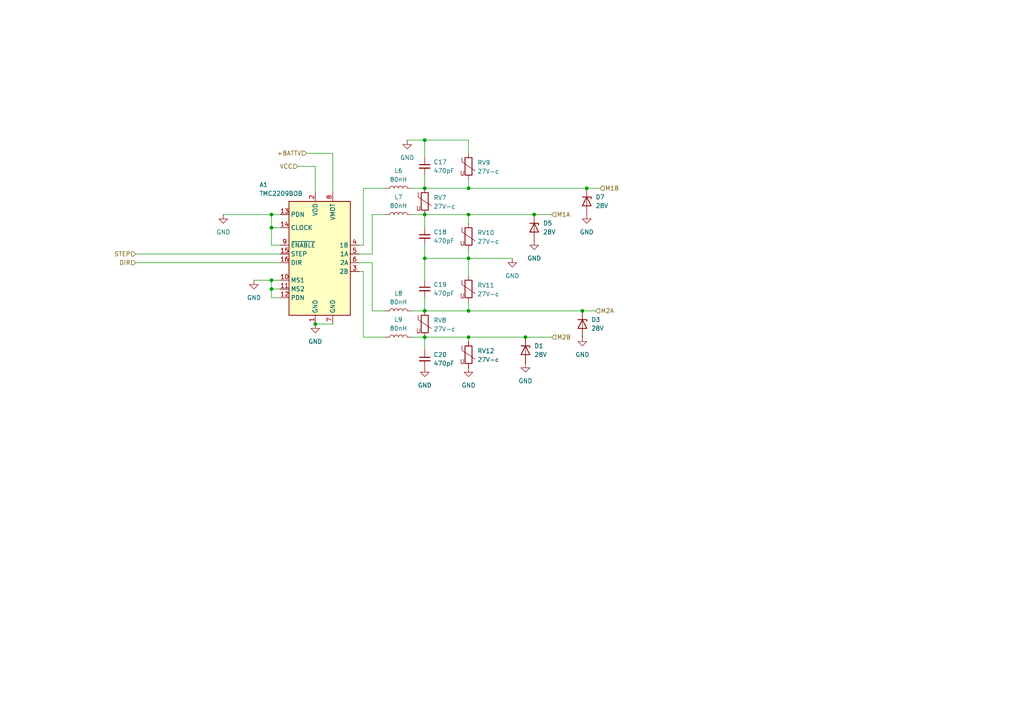
<source format=kicad_sch>
(kicad_sch (version 20231120) (generator "eeschema") (generator_version "8.0")
  (paper "A4")
  (lib_symbols
    (symbol "Device:C_Small" (pin_numbers hide) (pin_names (offset 0.254) hide)
      (property "Reference" "C" (at 0.254 1.778 0))
      (property "Value" "C_Small" (at 0.254 -2.032 0))
      (symbol "C_Small_0_1"
        (polyline (pts (xy -1.524 -0.508) (xy 1.524 -0.508)) (stroke (width 0.3302)))
        (polyline (pts (xy -1.524 0.508) (xy 1.524 0.508)) (stroke (width 0.3048)))
      )
      (symbol "C_Small_1_1"
        (pin passive line (at 0 2.54 270) (length 2.032) (name "~") (number "1"))
        (pin passive line (at 0 -2.54 90) (length 2.032) (name "~") (number "2"))
      )
    )
    (symbol "Device:D_Zener" (pin_numbers hide) (pin_names (offset 1.016) hide)
      (property "Reference" "D" (at 0 2.54 0))
      (property "Value" "D_Zener" (at 0 -2.54 0))
      (symbol "D_Zener_0_1"
        (polyline (pts (xy 1.27 0) (xy -1.27 0)))
        (polyline (pts (xy -1.27 -1.27) (xy -1.27 1.27) (xy -0.762 1.27)) (stroke (width 0.254)))
        (polyline (pts (xy 1.27 -1.27) (xy 1.27 1.27) (xy -1.27 0) (xy 1.27 -1.27)) (stroke (width 0.254)))
      )
      (symbol "D_Zener_1_1"
        (pin passive line (at -3.81 0 0) (length 2.54) (name "K") (number "1"))
        (pin passive line (at 3.81 0 180) (length 2.54) (name "A") (number "2"))
      )
    )
    (symbol "Device:L" (pin_numbers hide) (pin_names (offset 1.016) hide)
      (property "Reference" "L" (at -1.27 0 90))
      (property "Value" "L" (at 1.905 0 90))
      (symbol "L_0_1"
        (arc (start 0 -2.54) (mid 0.6323 -1.905) (end 0 -1.27))
        (arc (start 0 -1.27) (mid 0.6323 -0.635) (end 0 0))
        (arc (start 0 0) (mid 0.6323 0.635) (end 0 1.27))
        (arc (start 0 1.27) (mid 0.6323 1.905) (end 0 2.54))
      )
      (symbol "L_1_1"
        (pin passive line (at 0 3.81 270) (length 1.27) (name "1") (number "1"))
        (pin passive line (at 0 -3.81 90) (length 1.27) (name "2") (number "2"))
      )
    )
    (symbol "Device:Varistor" (pin_numbers hide) (pin_names (offset 0))
      (property "Reference" "RV" (at 3.175 0 90))
      (property "Value" "Varistor" (at -3.175 0 90))
      (symbol "Varistor_0_0"
        (text "U" (at -1.778 -2.032 0) (effects (font (size 1.27 1.27))))
      )
      (symbol "Varistor_0_1"
        (rectangle (start -1.016 -2.54) (end 1.016 2.54) (stroke (width 0.254)))
        (polyline (pts (xy -1.905 2.54) (xy -1.905 1.27) (xy 1.905 -1.27)))
      )
      (symbol "Varistor_1_1"
        (pin passive line (at 0 3.81 270) (length 1.27) (name "~") (number "1"))
        (pin passive line (at 0 -3.81 90) (length 1.27) (name "~") (number "2"))
      )
    )
    (symbol "iclr:TMC2209BOB"
      (property "Reference" "A1" (at 7.0994 20.32 0))
      (property "Value" "TMC2209BOB" (at 7.0994 17.78 0))
      (symbol "TMC2209BOB_0_1"
        (rectangle (start 10.16 -17.78) (end -7.62 15.24) (stroke (width 0.254)) (fill (type background)))
      )
      (symbol "TMC2209BOB_1_1"
        (pin power_in line (at 0 -20.32 90) (length 2.54) (name "GND") (number "1"))
        (pin input line (at -10.16 -7.62 0) (length 2.54) (name "MS1") (number "10"))
        (pin input line (at -10.16 -10.16 0) (length 2.54) (name "MS2") (number "11"))
        (pin input line (at -10.16 -12.7 0) (length 2.54) (name "PDN") (number "12"))
        (pin input line (at -10.16 11.43 0) (length 2.54) (name "PDN") (number "13"))
        (pin input line (at -10.16 7.62 0) (length 2.54) (name "CLOCK") (number "14"))
        (pin input line (at -10.16 0 0) (length 2.54) (name "STEP") (number "15"))
        (pin input line (at -10.16 -2.54 0) (length 2.54) (name "DIR") (number "16"))
        (pin power_in line (at 0 17.78 270) (length 2.54) (name "VDD") (number "2"))
        (pin output line (at 12.7 -5.08 180) (length 2.54) (name "2B") (number "3"))
        (pin output line (at 12.7 2.54 180) (length 2.54) (name "1B") (number "4"))
        (pin output line (at 12.7 0 180) (length 2.54) (name "1A") (number "5"))
        (pin output line (at 12.7 -2.54 180) (length 2.54) (name "2A") (number "6"))
        (pin power_in line (at 5.08 -20.32 90) (length 2.54) (name "GND") (number "7"))
        (pin power_in line (at 5.08 17.78 270) (length 2.54) (name "VMOT") (number "8"))
        (pin input line (at -10.16 2.54 0) (length 2.54) (name "~{ENABLE}") (number "9"))
      )
    )
    (symbol "power:GND" (power) (pin_numbers hide) (pin_names (offset 0) hide)
      (property "Value" "GND" (at 0 -3.81 0))
      (symbol "GND_0_1"
        (polyline (pts (xy 0 0) (xy 0 -1.27) (xy 1.27 -1.27) (xy 0 -2.54) (xy -1.27 -1.27) (xy 0 -1.27)))
      )
      (symbol "GND_1_1"
        (pin power_in line (at 0 0 270) (length 0) (name "~") (number "1"))
      )
    )
  )
  (junction (at 135.89 97.79))
  (junction (at 123.19 74.93))
  (junction (at 123.19 90.17))
  (junction (at 91.44 93.98))
  (junction (at 78.74 83.82))
  (junction (at 123.19 97.79))
  (junction (at 78.74 66.04))
  (junction (at 135.89 54.61))
  (junction (at 123.19 62.23))
  (junction (at 123.19 40.64))
  (junction (at 168.91 90.17))
  (junction (at 152.4 97.79))
  (junction (at 135.89 62.23))
  (junction (at 78.74 62.23))
  (junction (at 135.89 90.17))
  (junction (at 123.19 54.61))
  (junction (at 154.94 62.23))
  (junction (at 170.18 54.61))
  (junction (at 78.74 81.28))
  (junction (at 135.89 74.93))
  (wire (pts (xy 105.41 54.61) (xy 111.76 54.61)))
  (wire (pts (xy 135.89 44.45) (xy 135.89 40.64)))
  (wire (pts (xy 105.41 71.12) (xy 105.41 54.61)))
  (wire (pts (xy 135.89 97.79) (xy 135.89 99.06)))
  (wire (pts (xy 107.95 90.17) (xy 111.76 90.17)))
  (wire (pts (xy 135.89 52.07) (xy 135.89 54.61)))
  (wire (pts (xy 107.95 90.17) (xy 107.95 76.2)))
  (wire (pts (xy 135.89 64.77) (xy 135.89 62.23)))
  (wire (pts (xy 104.14 78.74) (xy 105.41 78.74)))
  (wire (pts (xy 135.89 90.17) (xy 123.19 90.17)))
  (wire (pts (xy 119.38 62.23) (xy 123.19 62.23)))
  (wire (pts (xy 105.41 97.79) (xy 111.76 97.79)))
  (wire (pts (xy 123.19 74.93) (xy 135.89 74.93)))
  (wire (pts (xy 123.19 62.23) (xy 123.19 66.04)))
  (wire (pts (xy 135.89 74.93) (xy 135.89 80.01)))
  (wire (pts (xy 81.28 83.82) (xy 78.74 83.82)))
  (wire (pts (xy 96.52 44.45) (xy 96.52 55.88)))
  (wire (pts (xy 104.14 76.2) (xy 107.95 76.2)))
  (wire (pts (xy 104.14 73.66) (xy 107.95 73.66)))
  (wire (pts (xy 78.74 62.23) (xy 64.77 62.23)))
  (wire (pts (xy 135.89 40.64) (xy 123.19 40.64)))
  (wire (pts (xy 81.28 66.04) (xy 78.74 66.04)))
  (wire (pts (xy 135.89 72.39) (xy 135.89 74.93)))
  (wire (pts (xy 39.37 73.66) (xy 81.28 73.66)))
  (wire (pts (xy 123.19 50.8) (xy 123.19 54.61)))
  (wire (pts (xy 135.89 54.61) (xy 170.18 54.61)))
  (wire (pts (xy 123.19 97.79) (xy 123.19 101.6)))
  (wire (pts (xy 88.9 44.45) (xy 96.52 44.45)))
  (wire (pts (xy 170.18 54.61) (xy 173.99 54.61)))
  (wire (pts (xy 107.95 73.66) (xy 107.95 62.23)))
  (wire (pts (xy 73.66 81.28) (xy 78.74 81.28)))
  (wire (pts (xy 86.36 48.26) (xy 91.44 48.26)))
  (wire (pts (xy 168.91 90.17) (xy 172.72 90.17)))
  (wire (pts (xy 39.37 76.2) (xy 81.28 76.2)))
  (wire (pts (xy 78.74 66.04) (xy 78.74 71.12)))
  (wire (pts (xy 135.89 87.63) (xy 135.89 90.17)))
  (wire (pts (xy 91.44 93.98) (xy 96.52 93.98)))
  (wire (pts (xy 81.28 86.36) (xy 78.74 86.36)))
  (wire (pts (xy 78.74 86.36) (xy 78.74 83.82)))
  (wire (pts (xy 135.89 62.23) (xy 154.94 62.23)))
  (wire (pts (xy 152.4 97.79) (xy 160.02 97.79)))
  (wire (pts (xy 123.19 86.36) (xy 123.19 90.17)))
  (wire (pts (xy 104.14 71.12) (xy 105.41 71.12)))
  (wire (pts (xy 135.89 62.23) (xy 123.19 62.23)))
  (wire (pts (xy 119.38 90.17) (xy 123.19 90.17)))
  (wire (pts (xy 105.41 78.74) (xy 105.41 97.79)))
  (wire (pts (xy 78.74 81.28) (xy 81.28 81.28)))
  (wire (pts (xy 135.89 97.79) (xy 123.19 97.79)))
  (wire (pts (xy 91.44 48.26) (xy 91.44 55.88)))
  (wire (pts (xy 81.28 62.23) (xy 78.74 62.23)))
  (wire (pts (xy 135.89 90.17) (xy 168.91 90.17)))
  (wire (pts (xy 123.19 45.72) (xy 123.19 40.64)))
  (wire (pts (xy 154.94 62.23) (xy 160.02 62.23)))
  (wire (pts (xy 81.28 71.12) (xy 78.74 71.12)))
  (wire (pts (xy 123.19 74.93) (xy 123.19 81.28)))
  (wire (pts (xy 123.19 71.12) (xy 123.19 74.93)))
  (wire (pts (xy 78.74 62.23) (xy 78.74 66.04)))
  (wire (pts (xy 107.95 62.23) (xy 111.76 62.23)))
  (wire (pts (xy 135.89 74.93) (xy 148.59 74.93)))
  (wire (pts (xy 119.38 97.79) (xy 123.19 97.79)))
  (wire (pts (xy 135.89 54.61) (xy 123.19 54.61)))
  (wire (pts (xy 135.89 97.79) (xy 152.4 97.79)))
  (wire (pts (xy 119.38 54.61) (xy 123.19 54.61)))
  (wire (pts (xy 123.19 40.64) (xy 118.11 40.64)))
  (wire (pts (xy 78.74 83.82) (xy 78.74 81.28)))
  (hierarchical_label "DIR" (shape input) (at 39.37 76.2 180))
  (hierarchical_label "+BATTV" (shape input) (at 88.9 44.45 180))
  (hierarchical_label "M2A" (shape input) (at 172.72 90.17 0))
  (hierarchical_label "M1A" (shape input) (at 160.02 62.23 0))
  (hierarchical_label "M1B" (shape input) (at 173.99 54.61 0))
  (hierarchical_label "M2B" (shape input) (at 160.02 97.79 0))
  (hierarchical_label "VCC" (shape input) (at 86.36 48.26 180))
  (hierarchical_label "STEP" (shape input) (at 39.37 73.66 180))
  (symbol (lib_id "Device:C_Small") (at 123.19 83.82 0) (unit 1)
    (property "Reference" "C19" (at 125.73 82.5562 0) (effects (justify left)))
    (property "Value" "470pF" (at 125.73 85.0962 0) (effects (justify left)))
    (property "Description" "Unpolarized capacitor, small symbol" (effects (hide yes)))
    (instances (project "BetetrDom" (path "" (reference "C19") (unit 1)) (path "" (reference "C15") (unit 1))))
  )
  (symbol (lib_id "Device:C_Small") (at 123.19 48.26 0) (unit 1)
    (property "Reference" "C17" (at 125.73 46.9962 0) (effects (justify left)))
    (property "Value" "470pF" (at 125.73 49.5362 0) (effects (justify left)))
    (property "Description" "Unpolarized capacitor, small symbol" (effects (hide yes)))
    (instances (project "BetetrDom" (path "" (reference "C17") (unit 1)) (path "" (reference "C13") (unit 1))))
  )
  (symbol (lib_id "power:GND") (at 91.44 93.98 0) (unit 1)
    (property "Reference" "#PWR039" (effects (hide yes)))
    (property "Value" "GND" (at 91.44 99.06 0))
    (property "Description" "Power symbol creates a global label with name \"GND\" , ground" (effects (hide yes)))
    (instances (project "" (path "" (reference "#PWR039") (unit 1)) (path "" (reference "#PWR040") (unit 1))))
  )
  (symbol (lib_id "power:GND") (at 148.59 74.93 0) (unit 1)
    (property "Reference" "#PWR022" (effects (hide yes)))
    (property "Value" "GND" (at 148.59 80.01 0))
    (property "Description" "Power symbol creates a global label with name \"GND\" , ground" (effects (hide yes)))
    (instances (project "BetetrDom" (path "" (reference "#PWR022") (unit 1)) (path "" (reference "#PWR026") (unit 1))))
  )
  (symbol (lib_id "Device:D_Zener") (at 170.18 58.42 270) (unit 1)
    (property "Reference" "D7" (at 172.72 57.1499 90) (effects (justify left)))
    (property "Value" "28V" (at 172.72 59.6899 90) (effects (justify left)))
    (property "Description" "Zener diode" (effects (hide yes)))
    (instances (project "BetetrDom" (path "" (reference "D7") (unit 1)) (path "" (reference "D8") (unit 1))))
  )
  (symbol (lib_id "Device:D_Zener") (at 152.4 101.6 270) (unit 1)
    (property "Reference" "D1" (at 154.94 100.3299 90) (effects (justify left)))
    (property "Value" "28V" (at 154.94 102.8699 90) (effects (justify left)))
    (property "Description" "Zener diode" (effects (hide yes)))
    (instances (project "" (path "" (reference "D1") (unit 1)) (path "" (reference "D2") (unit 1))))
  )
  (symbol (lib_id "Device:D_Zener") (at 168.91 93.98 270) (unit 1)
    (property "Reference" "D3" (at 171.45 92.7099 90) (effects (justify left)))
    (property "Value" "28V" (at 171.45 95.2499 90) (effects (justify left)))
    (property "Description" "Zener diode" (effects (hide yes)))
    (instances (project "BetetrDom" (path "" (reference "D3") (unit 1)) (path "" (reference "D4") (unit 1))))
  )
  (symbol (lib_id "Device:Varistor") (at 135.89 102.87 0) (unit 1)
    (property "Reference" "RV12" (at 138.43 101.7932 0) (effects (justify left)))
    (property "Value" "27V-c" (at 138.43 104.3332 0) (effects (justify left)))
    (property "Description" "Voltage dependent resistor" (effects (hide yes)))
    (property "Sim.Name" "kicad_builtin_varistor" (effects (hide yes)))
    (property "Sim.Device" "SUBCKT" (effects (hide yes)))
    (property "Sim.Pins" "1=A 2=B" (effects (hide yes)))
    (property "Sim.Params" "threshold=1k" (effects (hide yes)))
    (property "Sim.Library" "${KICAD7_SYMBOL_DIR}/Simulation_SPICE.sp" (effects (hide yes)))
    (instances (project "BetetrDom" (path "" (reference "RV12") (unit 1)) (path "" (reference "RV6") (unit 1))))
  )
  (symbol (lib_id "power:GND") (at 135.89 106.68 0) (unit 1)
    (property "Reference" "#PWR021" (effects (hide yes)))
    (property "Value" "GND" (at 135.89 111.76 0))
    (property "Description" "Power symbol creates a global label with name \"GND\" , ground" (effects (hide yes)))
    (instances (project "BetetrDom" (path "" (reference "#PWR021") (unit 1)) (path "" (reference "#PWR025") (unit 1))))
  )
  (symbol (lib_id "Device:C_Small") (at 123.19 104.14 0) (unit 1)
    (property "Reference" "C20" (at 125.73 102.8762 0) (effects (justify left)))
    (property "Value" "470pF" (at 125.73 105.4162 0) (effects (justify left)))
    (property "Description" "Unpolarized capacitor, small symbol" (effects (hide yes)))
    (instances (project "BetetrDom" (path "" (reference "C20") (unit 1)) (path "" (reference "C16") (unit 1))))
  )
  (symbol (lib_id "Device:D_Zener") (at 154.94 66.04 270) (unit 1)
    (property "Reference" "D5" (at 157.48 64.7699 90) (effects (justify left)))
    (property "Value" "28V" (at 157.48 67.3099 90) (effects (justify left)))
    (property "Description" "Zener diode" (effects (hide yes)))
    (instances (project "BetetrDom" (path "" (reference "D5") (unit 1)) (path "" (reference "D6") (unit 1))))
  )
  (symbol (lib_id "power:GND") (at 170.18 62.23 0) (unit 1)
    (property "Reference" "#PWR033" (effects (hide yes)))
    (property "Value" "GND" (at 170.18 67.31 0))
    (property "Description" "Power symbol creates a global label with name \"GND\" , ground" (effects (hide yes)))
    (instances (project "BetetrDom" (path "" (reference "#PWR033") (unit 1)) (path "" (reference "#PWR034") (unit 1))))
  )
  (symbol (lib_id "Device:Varistor") (at 135.89 83.82 0) (unit 1)
    (property "Reference" "RV11" (at 138.43 82.7432 0) (effects (justify left)))
    (property "Value" "27V-c" (at 138.43 85.2832 0) (effects (justify left)))
    (property "Description" "Voltage dependent resistor" (effects (hide yes)))
    (property "Sim.Name" "kicad_builtin_varistor" (effects (hide yes)))
    (property "Sim.Device" "SUBCKT" (effects (hide yes)))
    (property "Sim.Pins" "1=A 2=B" (effects (hide yes)))
    (property "Sim.Params" "threshold=1k" (effects (hide yes)))
    (property "Sim.Library" "${KICAD7_SYMBOL_DIR}/Simulation_SPICE.sp" (effects (hide yes)))
    (instances (project "BetetrDom" (path "" (reference "RV11") (unit 1)) (path "" (reference "RV5") (unit 1))))
  )
  (symbol (lib_id "power:GND") (at 64.77 62.23 0) (unit 1)
    (property "Reference" "#PWR0101" (effects (hide yes)))
    (property "Value" "GND" (at 64.77 67.31 0))
    (property "Description" "Power symbol creates a global label with name \"GND\" , ground" (effects (hide yes)))
    (instances (project "" (path "" (reference "#PWR018") (unit 1)) (path "" (reference "#PWR0101") (unit 1))))
  )
  (symbol (lib_id "Device:L") (at 115.57 90.17 90) (unit 1)
    (property "Reference" "L8" (at 115.57 85.09 90))
    (property "Value" "80nH" (at 115.57 87.63 90))
    (property "Description" "Inductor" (effects (hide yes)))
    (instances (project "BetetrDom" (path "" (reference "L8") (unit 1)) (path "" (reference "L4") (unit 1))))
  )
  (symbol (lib_id "Device:Varistor") (at 135.89 48.26 0) (unit 1)
    (property "Reference" "RV9" (at 138.43 47.1832 0) (effects (justify left)))
    (property "Value" "27V-c" (at 138.43 49.7232 0) (effects (justify left)))
    (property "Description" "Voltage dependent resistor" (effects (hide yes)))
    (property "Sim.Name" "kicad_builtin_varistor" (effects (hide yes)))
    (property "Sim.Device" "SUBCKT" (effects (hide yes)))
    (property "Sim.Pins" "1=A 2=B" (effects (hide yes)))
    (property "Sim.Params" "threshold=1k" (effects (hide yes)))
    (property "Sim.Library" "${KICAD7_SYMBOL_DIR}/Simulation_SPICE.sp" (effects (hide yes)))
    (instances (project "BetetrDom" (path "" (reference "RV9") (unit 1)) (path "" (reference "RV3") (unit 1))))
  )
  (symbol (lib_id "Device:L") (at 115.57 54.61 90) (unit 1)
    (property "Reference" "L6" (at 115.57 49.53 90))
    (property "Value" "80nH" (at 115.57 52.07 90))
    (property "Description" "Inductor" (effects (hide yes)))
    (instances (project "BetetrDom" (path "" (reference "L6") (unit 1)) (path "" (reference "L2") (unit 1))))
  )
  (symbol (lib_id "Device:L") (at 115.57 97.79 90) (unit 1)
    (property "Reference" "L9" (at 115.57 92.71 90))
    (property "Value" "80nH" (at 115.57 95.25 90))
    (property "Description" "Inductor" (effects (hide yes)))
    (instances (project "BetetrDom" (path "" (reference "L9") (unit 1)) (path "" (reference "L5") (unit 1))))
  )
  (symbol (lib_id "Device:Varistor") (at 135.89 68.58 0) (unit 1)
    (property "Reference" "RV10" (at 138.43 67.5032 0) (effects (justify left)))
    (property "Value" "27V-c" (at 138.43 70.0432 0) (effects (justify left)))
    (property "Description" "Voltage dependent resistor" (effects (hide yes)))
    (property "Sim.Name" "kicad_builtin_varistor" (effects (hide yes)))
    (property "Sim.Device" "SUBCKT" (effects (hide yes)))
    (property "Sim.Pins" "1=A 2=B" (effects (hide yes)))
    (property "Sim.Params" "threshold=1k" (effects (hide yes)))
    (property "Sim.Library" "${KICAD7_SYMBOL_DIR}/Simulation_SPICE.sp" (effects (hide yes)))
    (instances (project "BetetrDom" (path "" (reference "RV10") (unit 1)) (path "" (reference "RV4") (unit 1))))
  )
  (symbol (lib_id "Device:L") (at 115.57 62.23 90) (unit 1)
    (property "Reference" "L7" (at 115.57 57.15 90))
    (property "Value" "80nH" (at 115.57 59.69 90))
    (property "Description" "Inductor" (effects (hide yes)))
    (instances (project "BetetrDom" (path "" (reference "L7") (unit 1)) (path "" (reference "L3") (unit 1))))
  )
  (symbol (lib_id "power:GND") (at 123.19 106.68 0) (unit 1)
    (property "Reference" "#PWR020" (effects (hide yes)))
    (property "Value" "GND" (at 123.19 111.76 0))
    (property "Description" "Power symbol creates a global label with name \"GND\" , ground" (effects (hide yes)))
    (instances (project "BetetrDom" (path "" (reference "#PWR020") (unit 1)) (path "" (reference "#PWR024") (unit 1))))
  )
  (symbol (lib_id "Device:C_Small") (at 123.19 68.58 0) (unit 1)
    (property "Reference" "C18" (at 125.73 67.3162 0) (effects (justify left)))
    (property "Value" "470pF" (at 125.73 69.8562 0) (effects (justify left)))
    (property "Description" "Unpolarized capacitor, small symbol" (effects (hide yes)))
    (instances (project "BetetrDom" (path "" (reference "C18") (unit 1)) (path "" (reference "C14") (unit 1))))
  )
  (symbol (lib_id "power:GND") (at 154.94 69.85 0) (unit 1)
    (property "Reference" "#PWR010" (effects (hide yes)))
    (property "Value" "GND" (at 154.94 74.93 0))
    (property "Description" "Power symbol creates a global label with name \"GND\" , ground" (effects (hide yes)))
    (instances (project "" (path "" (reference "#PWR010") (unit 1)) (path "" (reference "#PWR032") (unit 1))))
  )
  (symbol (lib_id "power:GND") (at 152.4 105.41 0) (unit 1)
    (property "Reference" "#PWR037" (effects (hide yes)))
    (property "Value" "GND" (at 152.4 110.49 0))
    (property "Description" "Power symbol creates a global label with name \"GND\" , ground" (effects (hide yes)))
    (instances (project "BetetrDom" (path "" (reference "#PWR037") (unit 1)) (path "" (reference "#PWR038") (unit 1))))
  )
  (symbol (lib_id "power:GND") (at 118.11 40.64 0) (unit 1)
    (property "Reference" "#PWR019" (effects (hide yes)))
    (property "Value" "GND" (at 118.11 45.72 0))
    (property "Description" "Power symbol creates a global label with name \"GND\" , ground" (effects (hide yes)))
    (instances (project "BetetrDom" (path "" (reference "#PWR019") (unit 1)) (path "" (reference "#PWR023") (unit 1))))
  )
  (symbol (lib_id "Device:Varistor") (at 123.19 58.42 0) (unit 1)
    (property "Reference" "RV7" (at 125.73 57.3432 0) (effects (justify left)))
    (property "Value" "27V-c" (at 125.73 59.8832 0) (effects (justify left)))
    (property "Description" "Voltage dependent resistor" (effects (hide yes)))
    (property "Sim.Name" "kicad_builtin_varistor" (effects (hide yes)))
    (property "Sim.Device" "SUBCKT" (effects (hide yes)))
    (property "Sim.Pins" "1=A 2=B" (effects (hide yes)))
    (property "Sim.Params" "threshold=1k" (effects (hide yes)))
    (property "Sim.Library" "${KICAD7_SYMBOL_DIR}/Simulation_SPICE.sp" (effects (hide yes)))
    (instances (project "BetetrDom" (path "" (reference "RV7") (unit 1)) (path "" (reference "RV1") (unit 1))))
  )
  (symbol (lib_id "iclr:TMC2209BOB") (at 91.44 73.66 0) (unit 1)
    (property "Reference" "A1" (at 75.184 53.594 0) (effects (justify left)))
    (property "Value" "TMC2209BOB" (at 75.184 56.134 0) (effects (justify left)))
    (property "Footprint" "Module:Pololu_Breakout-16_15.2x20.3mm" (effects (hide yes)))
    (property "Datasheet" "https://www.pololu.com/product/2980/pictures" (effects (hide yes)))
    (instances (project "BetetrDom" (path "" (reference "A1") (unit 1)) (path "" (reference "A2") (unit 1))))
  )
  (symbol (lib_id "power:GND") (at 168.91 97.79 0) (unit 1)
    (property "Reference" "#PWR035" (effects (hide yes)))
    (property "Value" "GND" (at 168.91 102.87 0))
    (property "Description" "Power symbol creates a global label with name \"GND\" , ground" (effects (hide yes)))
    (instances (project "BetetrDom" (path "" (reference "#PWR035") (unit 1)) (path "" (reference "#PWR036") (unit 1))))
  )
  (symbol (lib_id "Device:Varistor") (at 123.19 93.98 0) (unit 1)
    (property "Reference" "RV8" (at 125.73 92.9032 0) (effects (justify left)))
    (property "Value" "27V-c" (at 125.73 95.4432 0) (effects (justify left)))
    (property "Description" "Voltage dependent resistor" (effects (hide yes)))
    (property "Sim.Name" "kicad_builtin_varistor" (effects (hide yes)))
    (property "Sim.Device" "SUBCKT" (effects (hide yes)))
    (property "Sim.Pins" "1=A 2=B" (effects (hide yes)))
    (property "Sim.Params" "threshold=1k" (effects (hide yes)))
    (property "Sim.Library" "${KICAD7_SYMBOL_DIR}/Simulation_SPICE.sp" (effects (hide yes)))
    (instances (project "BetetrDom" (path "" (reference "RV8") (unit 1)) (path "" (reference "RV2") (unit 1))))
  )
  (symbol (lib_id "power:GND") (at 73.66 81.28 0) (unit 1)
    (property "Reference" "#PWR0102" (effects (hide yes)))
    (property "Value" "GND" (at 73.66 86.36 0))
    (property "Description" "Power symbol creates a global label with name \"GND\" , ground" (effects (hide yes)))
    (instances (project "" (path "" (reference "#PWR017") (unit 1)) (path "" (reference "#PWR0102") (unit 1))))
  )
)
</source>
